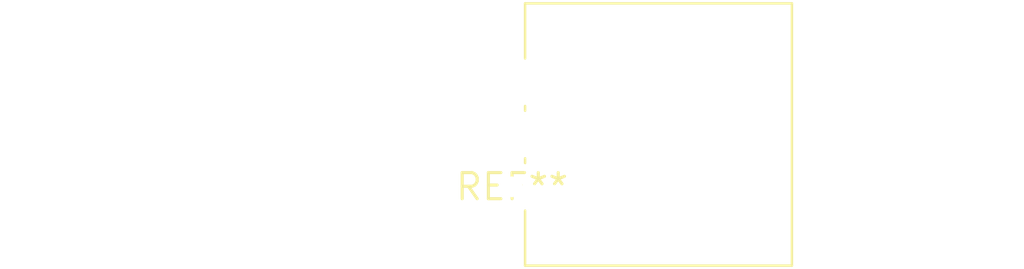
<source format=kicad_pcb>
(kicad_pcb (version 20240108) (generator pcbnew)
  (layers (0 "F.Cu" signal) (31 "B.Cu" signal) (34 "B.Paste" user) (35 "F.Paste" user) (36 "B.SilkS" user "B.Silkscreen") (37 "F.SilkS" user "F.Silkscreen") (38 "B.Mask" user) (39 "F.Mask" user) (44 "Edge.Cuts" user))
  (net 0 "")
  (footprint "Potentiometer_Vishay_248GJ-249GJ_Single_Vertical" (layer "F.Cu") (at 0 0)
    (property "Reference" "REF**")
    (property "Value" "Potentiometer_Vishay_248GJ-249GJ_Single_Vertical")
    (fp_line (start 0.63 -8.91) (end 0.63 -6.235) (layer "F.SilkS") (stroke (width 0.12)))
    (fp_line (start 0.63 -8.91) (end 13.57 -8.91) (layer "F.SilkS") (stroke (width 0.12)))
    (fp_line (start 0.63 -3.925) (end 0.63 -3.695) (layer "F.SilkS") (stroke (width 0.12)))
    (fp_line (start 0.63 -1.384) (end 0.63 -1.155) (layer "F.SilkS") (stroke (width 0.12)))
    (fp_line (start 0.63 1.155) (end 0.63 3.83) (layer "F.SilkS") (stroke (width 0.12)))
    (fp_line (start 0.63 3.83) (end 13.57 3.83) (layer "F.SilkS") (stroke (width 0.12)))
    (fp_line (start 13.57 -8.91) (end 13.57 3.83) (layer "F.SilkS") (stroke (width 0.12)))
    (pad "1" thru_hole circle (at 0 0) (size 1.8 1.8) (drill 1) (layers *.Cu *.Mask) (remove_unused_layers))
    (pad "2" thru_hole circle (at 0 -2.54) (size 1.8 1.8) (drill 1) (layers *.Cu *.Mask) (remove_unused_layers))
    (pad "3" thru_hole circle (at 0 -5.08) (size 1.8 1.8) (drill 1) (layers *.Cu *.Mask) (remove_unused_layers))
  )
)
</source>
